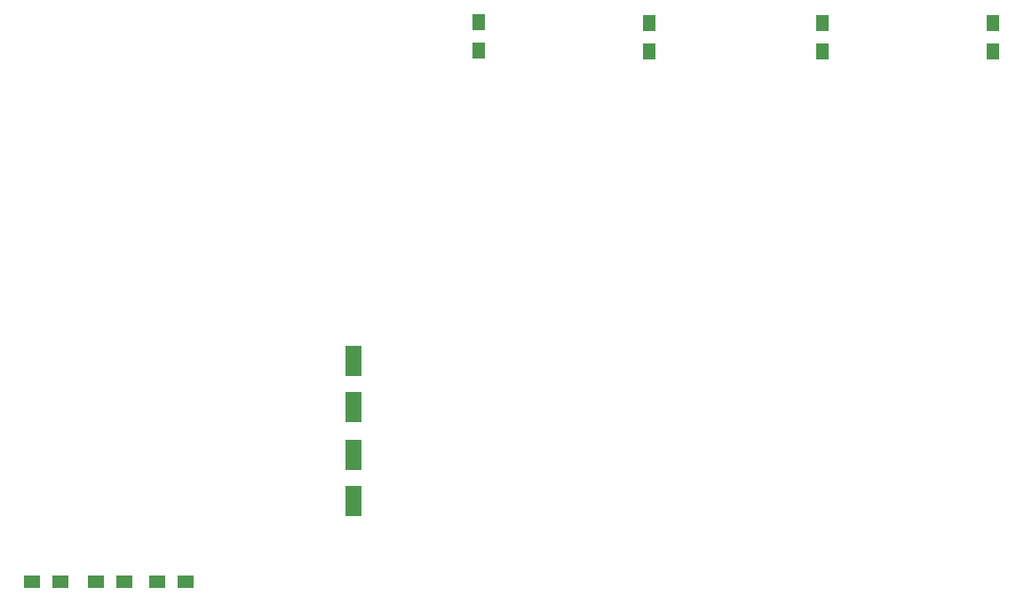
<source format=gbr>
%TF.GenerationSoftware,KiCad,Pcbnew,(5.1.6-0)*%
%TF.CreationDate,2023-02-20T11:30:03-05:00*%
%TF.ProjectId,Test Board Euro,54657374-2042-46f6-9172-64204575726f,rev?*%
%TF.SameCoordinates,Original*%
%TF.FileFunction,Paste,Bot*%
%TF.FilePolarity,Positive*%
%FSLAX46Y46*%
G04 Gerber Fmt 4.6, Leading zero omitted, Abs format (unit mm)*
G04 Created by KiCad (PCBNEW (5.1.6-0)) date 2023-02-20 11:30:03*
%MOMM*%
%LPD*%
G01*
G04 APERTURE LIST*
%ADD10R,1.600000X3.000000*%
%ADD11R,1.500000X1.300000*%
%ADD12R,1.300000X1.500000*%
G04 APERTURE END LIST*
D10*
%TO.C,C2*%
X108966000Y-116104000D03*
X108966000Y-120504000D03*
%TD*%
%TO.C,C1*%
X108966000Y-129454000D03*
X108966000Y-125054000D03*
%TD*%
D11*
%TO.C,R7*%
X78326000Y-137160000D03*
X81026000Y-137160000D03*
%TD*%
%TO.C,R6*%
X90264000Y-137160000D03*
X92964000Y-137160000D03*
%TD*%
%TO.C,R5*%
X84422000Y-137160000D03*
X87122000Y-137160000D03*
%TD*%
D12*
%TO.C,R4*%
X120904000Y-83740000D03*
X120904000Y-86440000D03*
%TD*%
%TO.C,R3*%
X137160000Y-83820000D03*
X137160000Y-86520000D03*
%TD*%
%TO.C,R2*%
X153670000Y-83820000D03*
X153670000Y-86520000D03*
%TD*%
%TO.C,R1*%
X169926000Y-83820000D03*
X169926000Y-86520000D03*
%TD*%
M02*

</source>
